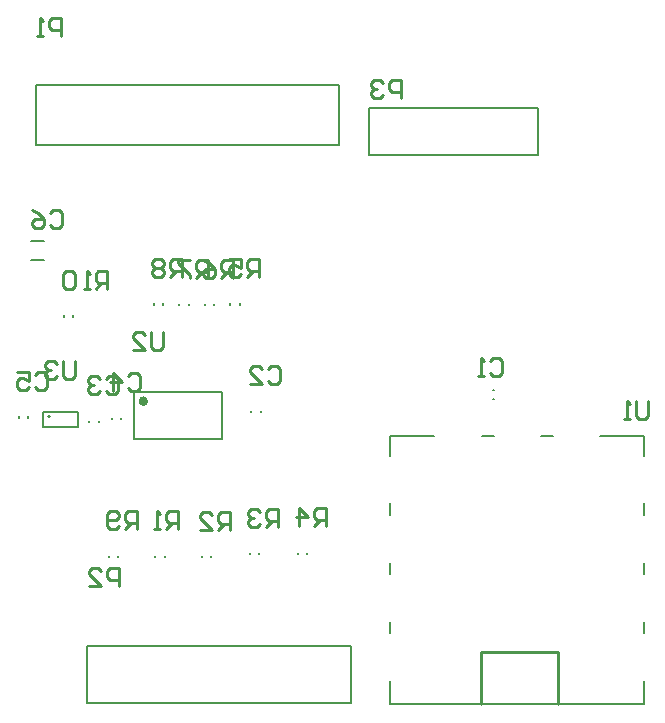
<source format=gbr>
%TF.GenerationSoftware,Altium Limited,Altium Designer,23.5.1 (21)*%
G04 Layer_Color=32896*
%FSLAX45Y45*%
%MOMM*%
%TF.SameCoordinates,246B43F8-C8EE-452E-B3C0-F8779A116AF4*%
%TF.FilePolarity,Positive*%
%TF.FileFunction,Legend,Bot*%
%TF.Part,Single*%
G01*
G75*
%TA.AperFunction,NonConductor*%
%ADD26C,0.20000*%
%ADD27C,0.40000*%
%ADD28C,0.20320*%
%ADD29C,0.25400*%
D26*
X518000Y2796400D02*
G03*
X518000Y2796400I-10000J0D01*
G01*
X3218600Y5008800D02*
Y5408800D01*
X4648600D01*
X3218600Y5008800D02*
X4648600D01*
Y5408800D01*
X1014100Y1607900D02*
Y1617900D01*
X1094100Y1607900D02*
Y1617900D01*
X1407800Y1607900D02*
Y1617900D01*
X1487800Y1607900D02*
Y1617900D01*
X1801500Y1604100D02*
Y1614100D01*
X1881500Y1604100D02*
Y1614100D01*
X2207900Y1629500D02*
Y1639500D01*
X2287900Y1629500D02*
Y1639500D01*
X2614300Y1633300D02*
Y1643300D01*
X2694300Y1633300D02*
Y1643300D01*
X3066899Y368300D02*
Y851300D01*
X828899Y368300D02*
X3066899D01*
X828899D02*
Y851300D01*
X3066899D01*
X458000Y2711400D02*
X753000D01*
Y2838900D01*
X458000D02*
X753000D01*
X458000Y2711400D02*
Y2838900D01*
X2300600Y2836000D02*
Y2846000D01*
X2220600Y2836000D02*
Y2846000D01*
X929000Y2750900D02*
Y2760900D01*
X849000Y2750900D02*
Y2760900D01*
X4262200Y3024500D02*
X4272200D01*
X4262200Y2944500D02*
X4272200D01*
X351400Y4123700D02*
X461400D01*
X351400Y4283700D02*
X461400D01*
X1119500Y2776300D02*
Y2786300D01*
X1039500Y2776300D02*
Y2786300D01*
X332100Y2789000D02*
Y2799000D01*
X252100Y2789000D02*
Y2799000D01*
X5170400Y2636300D02*
X5545400D01*
X3395400Y361300D02*
X5545400D01*
X3395400D02*
Y561300D01*
Y961300D02*
Y1061300D01*
Y1461300D02*
Y1561300D01*
Y1961300D02*
Y2061300D01*
Y2461300D02*
Y2636300D01*
X5545400Y361300D02*
Y561300D01*
Y961300D02*
Y1061300D01*
Y1461300D02*
Y1561300D01*
Y1961300D02*
Y2061300D01*
Y2461300D02*
Y2631300D01*
X4670400Y2636300D02*
X4770400D01*
X4170400D02*
X4270400D01*
X3395400D02*
X3770400D01*
X2122800Y3745300D02*
Y3755300D01*
X2042800Y3745300D02*
Y3755300D01*
X1906900Y3737700D02*
Y3747700D01*
X1826900Y3737700D02*
Y3747700D01*
X1691000Y3737700D02*
Y3747700D01*
X1611000Y3737700D02*
Y3747700D01*
X1475100Y3745300D02*
Y3755300D01*
X1395100Y3745300D02*
Y3755300D01*
X713100Y3643700D02*
Y3653700D01*
X633100Y3643700D02*
Y3653700D01*
X1225200Y3006700D02*
X1975200D01*
X1225200Y2606700D02*
X1975200D01*
X1225200D02*
Y3006700D01*
X1975200Y2606700D02*
Y3006700D01*
D27*
X1325200Y2926700D02*
G03*
X1325200Y2926700I-20000J0D01*
G01*
D28*
X393700Y5092700D02*
X2959100D01*
X393700D02*
Y5600700D01*
X2959100D01*
Y5092700D02*
Y5600700D01*
D29*
X4813300Y361300D02*
Y800100D01*
X4165600D02*
X4813300D01*
X4165600Y361300D02*
Y800100D01*
X726440Y3263851D02*
Y3136892D01*
X701048Y3111500D01*
X650265D01*
X624873Y3136892D01*
Y3263851D01*
X574089Y3238459D02*
X548697Y3263851D01*
X497914D01*
X472522Y3238459D01*
Y3213067D01*
X497914Y3187675D01*
X523306D01*
X497914D01*
X472522Y3162283D01*
Y3136892D01*
X497914Y3111500D01*
X548697D01*
X574089Y3136892D01*
X1475740Y3515311D02*
Y3388352D01*
X1450348Y3362960D01*
X1399565D01*
X1374173Y3388352D01*
Y3515311D01*
X1221822Y3362960D02*
X1323389D01*
X1221822Y3464527D01*
Y3489919D01*
X1247214Y3515311D01*
X1297997D01*
X1323389Y3489919D01*
X5580380Y2926031D02*
Y2799072D01*
X5554988Y2773680D01*
X5504205D01*
X5478813Y2799072D01*
Y2926031D01*
X5428029Y2773680D02*
X5377246D01*
X5402637D01*
Y2926031D01*
X5428029Y2900639D01*
X1002040Y3877300D02*
Y4029651D01*
X925865D01*
X900473Y4004259D01*
Y3953475D01*
X925865Y3928083D01*
X1002040D01*
X951257D02*
X900473Y3877300D01*
X849689D02*
X798906D01*
X824298D01*
Y4029651D01*
X849689Y4004259D01*
X722731D02*
X697339Y4029651D01*
X646555D01*
X621163Y4004259D01*
Y3902692D01*
X646555Y3877300D01*
X697339D01*
X722731Y3902692D01*
Y4004259D01*
X1254760Y1841500D02*
Y1993851D01*
X1178585D01*
X1153193Y1968459D01*
Y1917675D01*
X1178585Y1892283D01*
X1254760D01*
X1203977D02*
X1153193Y1841500D01*
X1102409Y1866892D02*
X1077017Y1841500D01*
X1026234D01*
X1000842Y1866892D01*
Y1968459D01*
X1026234Y1993851D01*
X1077017D01*
X1102409Y1968459D01*
Y1943067D01*
X1077017Y1917675D01*
X1000842D01*
X1635760Y3980180D02*
Y4132531D01*
X1559585D01*
X1534193Y4107139D01*
Y4056355D01*
X1559585Y4030963D01*
X1635760D01*
X1584977D02*
X1534193Y3980180D01*
X1483409Y4107139D02*
X1458017Y4132531D01*
X1407234D01*
X1381842Y4107139D01*
Y4081747D01*
X1407234Y4056355D01*
X1381842Y4030963D01*
Y4005572D01*
X1407234Y3980180D01*
X1458017D01*
X1483409Y4005572D01*
Y4030963D01*
X1458017Y4056355D01*
X1483409Y4081747D01*
Y4107139D01*
X1458017Y4056355D02*
X1407234D01*
X1851660Y3972560D02*
Y4124911D01*
X1775485D01*
X1750093Y4099519D01*
Y4048735D01*
X1775485Y4023343D01*
X1851660D01*
X1800877D02*
X1750093Y3972560D01*
X1699309Y4124911D02*
X1597742D01*
Y4099519D01*
X1699309Y3997952D01*
Y3972560D01*
X2067560D02*
Y4124911D01*
X1991385D01*
X1965993Y4099519D01*
Y4048735D01*
X1991385Y4023343D01*
X2067560D01*
X2016777D02*
X1965993Y3972560D01*
X1813642Y4124911D02*
X1864426Y4099519D01*
X1915209Y4048735D01*
Y3997952D01*
X1889817Y3972560D01*
X1839034D01*
X1813642Y3997952D01*
Y4023343D01*
X1839034Y4048735D01*
X1915209D01*
X2283460Y3980180D02*
Y4132531D01*
X2207285D01*
X2181893Y4107139D01*
Y4056355D01*
X2207285Y4030963D01*
X2283460D01*
X2232677D02*
X2181893Y3980180D01*
X2029542Y4132531D02*
X2131109D01*
Y4056355D01*
X2080326Y4081747D01*
X2054934D01*
X2029542Y4056355D01*
Y4005572D01*
X2054934Y3980180D01*
X2105717D01*
X2131109Y4005572D01*
X2854960Y1866900D02*
Y2019251D01*
X2778785D01*
X2753393Y1993859D01*
Y1943075D01*
X2778785Y1917683D01*
X2854960D01*
X2804177D02*
X2753393Y1866900D01*
X2626434D02*
Y2019251D01*
X2702609Y1943075D01*
X2601042D01*
X2448560Y1864360D02*
Y2016711D01*
X2372385D01*
X2346993Y1991319D01*
Y1940535D01*
X2372385Y1915143D01*
X2448560D01*
X2397777D02*
X2346993Y1864360D01*
X2296209Y1991319D02*
X2270817Y2016711D01*
X2220034D01*
X2194642Y1991319D01*
Y1965927D01*
X2220034Y1940535D01*
X2245426D01*
X2220034D01*
X2194642Y1915143D01*
Y1889752D01*
X2220034Y1864360D01*
X2270817D01*
X2296209Y1889752D01*
X2042160Y1838960D02*
Y1991311D01*
X1965985D01*
X1940593Y1965919D01*
Y1915135D01*
X1965985Y1889743D01*
X2042160D01*
X1991377D02*
X1940593Y1838960D01*
X1788242D02*
X1889809D01*
X1788242Y1940527D01*
Y1965919D01*
X1813634Y1991311D01*
X1864417D01*
X1889809Y1965919D01*
X1597660Y1841500D02*
Y1993851D01*
X1521485D01*
X1496093Y1968459D01*
Y1917675D01*
X1521485Y1892283D01*
X1597660D01*
X1546877D02*
X1496093Y1841500D01*
X1445309D02*
X1394526D01*
X1419917D01*
Y1993851D01*
X1445309Y1968459D01*
X3487420Y5494020D02*
Y5646371D01*
X3411245D01*
X3385853Y5620979D01*
Y5570195D01*
X3411245Y5544803D01*
X3487420D01*
X3335069Y5620979D02*
X3309677Y5646371D01*
X3258894D01*
X3233502Y5620979D01*
Y5595587D01*
X3258894Y5570195D01*
X3284286D01*
X3258894D01*
X3233502Y5544803D01*
Y5519412D01*
X3258894Y5494020D01*
X3309677D01*
X3335069Y5519412D01*
X1097280Y1358900D02*
Y1511251D01*
X1021105D01*
X995713Y1485859D01*
Y1435075D01*
X1021105Y1409683D01*
X1097280D01*
X843362Y1358900D02*
X944929D01*
X843362Y1460467D01*
Y1485859D01*
X868754Y1511251D01*
X919537D01*
X944929Y1485859D01*
X612140Y6017260D02*
Y6169611D01*
X535965D01*
X510573Y6144219D01*
Y6093435D01*
X535965Y6068043D01*
X612140D01*
X459789Y6017260D02*
X409006D01*
X434397D01*
Y6169611D01*
X459789Y6144219D01*
X518193Y4523699D02*
X543585Y4549091D01*
X594368D01*
X619760Y4523699D01*
Y4422132D01*
X594368Y4396740D01*
X543585D01*
X518193Y4422132D01*
X365842Y4549091D02*
X416626Y4523699D01*
X467409Y4472915D01*
Y4422132D01*
X442017Y4396740D01*
X391234D01*
X365842Y4422132D01*
Y4447523D01*
X391234Y4472915D01*
X467409D01*
X391193Y3149559D02*
X416585Y3174951D01*
X467368D01*
X492760Y3149559D01*
Y3047992D01*
X467368Y3022600D01*
X416585D01*
X391193Y3047992D01*
X238842Y3174951D02*
X340409D01*
Y3098775D01*
X289626Y3124167D01*
X264234D01*
X238842Y3098775D01*
Y3047992D01*
X264234Y3022600D01*
X315017D01*
X340409Y3047992D01*
X1178593Y3136859D02*
X1203985Y3162251D01*
X1254768D01*
X1280160Y3136859D01*
Y3035292D01*
X1254768Y3009900D01*
X1203985D01*
X1178593Y3035292D01*
X1051634Y3009900D02*
Y3162251D01*
X1127809Y3086075D01*
X1026242D01*
X988093Y3111459D02*
X1013485Y3136851D01*
X1064268D01*
X1089660Y3111459D01*
Y3009892D01*
X1064268Y2984500D01*
X1013485D01*
X988093Y3009892D01*
X937309Y3111459D02*
X911917Y3136851D01*
X861134D01*
X835742Y3111459D01*
Y3086067D01*
X861134Y3060675D01*
X886526D01*
X861134D01*
X835742Y3035283D01*
Y3009892D01*
X861134Y2984500D01*
X911917D01*
X937309Y3009892D01*
X2359693Y3197819D02*
X2385085Y3223211D01*
X2435868D01*
X2461260Y3197819D01*
Y3096252D01*
X2435868Y3070860D01*
X2385085D01*
X2359693Y3096252D01*
X2207342Y3070860D02*
X2308909D01*
X2207342Y3172427D01*
Y3197819D01*
X2232734Y3223211D01*
X2283517D01*
X2308909Y3197819D01*
X4241833Y3266399D02*
X4267225Y3291791D01*
X4318008D01*
X4343400Y3266399D01*
Y3164832D01*
X4318008Y3139440D01*
X4267225D01*
X4241833Y3164832D01*
X4191049Y3139440D02*
X4140266D01*
X4165657D01*
Y3291791D01*
X4191049Y3266399D01*
%TF.MD5,e2484074252f3a071599d046794be710*%
M02*

</source>
